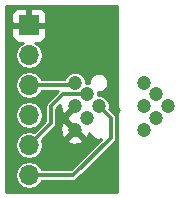
<source format=gbr>
G04 #@! TF.GenerationSoftware,KiCad,Pcbnew,(2017-09-19 revision dddaa7e69)-makepkg*
G04 #@! TF.CreationDate,2017-10-06T17:35:26-07:00*
G04 #@! TF.ProjectId,progAdapt,70726F6741646170742E6B696361645F,rev?*
G04 #@! TF.SameCoordinates,Original*
G04 #@! TF.FileFunction,Copper,L2,Bot,Signal*
G04 #@! TF.FilePolarity,Positive*
%FSLAX46Y46*%
G04 Gerber Fmt 4.6, Leading zero omitted, Abs format (unit mm)*
G04 Created by KiCad (PCBNEW (2017-09-19 revision dddaa7e69)-makepkg) date 10/06/17 17:35:26*
%MOMM*%
%LPD*%
G01*
G04 APERTURE LIST*
%ADD10O,1.700000X1.700000*%
%ADD11R,1.700000X1.700000*%
%ADD12C,1.200000*%
%ADD13C,0.300000*%
%ADD14C,0.254000*%
G04 APERTURE END LIST*
D10*
X124258095Y-172832500D03*
X124258095Y-170292500D03*
X124258095Y-167752500D03*
X124258095Y-165212500D03*
X124258095Y-162672500D03*
D11*
X124258095Y-160132500D03*
D12*
X134001000Y-169005000D03*
X134001000Y-167005000D03*
X134001000Y-165005000D03*
X135001000Y-168005000D03*
X135001000Y-166005000D03*
X136001000Y-167005000D03*
X130159000Y-167005000D03*
X129159000Y-166005000D03*
X129159000Y-168005000D03*
X128159000Y-165005000D03*
X128159000Y-167005000D03*
X128159000Y-169005000D03*
D13*
X124258095Y-172832500D02*
X128030500Y-172832500D01*
X128030500Y-172832500D02*
X131191000Y-169672000D01*
X130758999Y-167604999D02*
X130159000Y-167005000D01*
X131191000Y-169672000D02*
X131191000Y-168037000D01*
X131191000Y-168037000D02*
X130758999Y-167604999D01*
X124258095Y-170292500D02*
X126111000Y-168439595D01*
X126111000Y-168439595D02*
X126111000Y-167005000D01*
X126111000Y-167005000D02*
X127111000Y-166005000D01*
X127111000Y-166005000D02*
X129159000Y-166005000D01*
X124258095Y-167752500D02*
X124965201Y-167752500D01*
X124258095Y-165212500D02*
X127951500Y-165212500D01*
X127951500Y-165212500D02*
X128159000Y-165005000D01*
D14*
G36*
X131703000Y-167005000D02*
X131731697Y-167149272D01*
X131813421Y-167271579D01*
X131889629Y-167322500D01*
X131813421Y-167373421D01*
X131731697Y-167495728D01*
X131703000Y-167640000D01*
X131703000Y-174248000D01*
X122297000Y-174248000D01*
X122297000Y-167752500D01*
X123058036Y-167752500D01*
X123147630Y-168202918D01*
X123402771Y-168584765D01*
X123784618Y-168839906D01*
X124235036Y-168929500D01*
X124281154Y-168929500D01*
X124731572Y-168839906D01*
X125113419Y-168584765D01*
X125368560Y-168202918D01*
X125458154Y-167752500D01*
X125368560Y-167302082D01*
X125113419Y-166920235D01*
X124731572Y-166665094D01*
X124281154Y-166575500D01*
X124235036Y-166575500D01*
X123784618Y-166665094D01*
X123402771Y-166920235D01*
X123147630Y-167302082D01*
X123058036Y-167752500D01*
X122297000Y-167752500D01*
X122297000Y-165212500D01*
X123058036Y-165212500D01*
X123147630Y-165662918D01*
X123402771Y-166044765D01*
X123784618Y-166299906D01*
X124235036Y-166389500D01*
X124281154Y-166389500D01*
X124731572Y-166299906D01*
X125113419Y-166044765D01*
X125350799Y-165689500D01*
X126751920Y-165689500D01*
X125773710Y-166667710D01*
X125670309Y-166822460D01*
X125634000Y-167005000D01*
X125634000Y-168242015D01*
X124680984Y-169195031D01*
X124281154Y-169115500D01*
X124235036Y-169115500D01*
X123784618Y-169205094D01*
X123402771Y-169460235D01*
X123147630Y-169842082D01*
X123058036Y-170292500D01*
X123147630Y-170742918D01*
X123402771Y-171124765D01*
X123784618Y-171379906D01*
X124235036Y-171469500D01*
X124281154Y-171469500D01*
X124731572Y-171379906D01*
X125113419Y-171124765D01*
X125368560Y-170742918D01*
X125458154Y-170292500D01*
X125373663Y-169867735D01*
X127475870Y-169867735D01*
X127525383Y-170093164D01*
X127990036Y-170252807D01*
X128480413Y-170222482D01*
X128792617Y-170093164D01*
X128842130Y-169867735D01*
X128159000Y-169184605D01*
X127475870Y-169867735D01*
X125373663Y-169867735D01*
X125370971Y-169854204D01*
X126389139Y-168836036D01*
X126911193Y-168836036D01*
X126941518Y-169326413D01*
X127070836Y-169638617D01*
X127296265Y-169688130D01*
X127979395Y-169005000D01*
X127296265Y-168321870D01*
X127070836Y-168371383D01*
X126911193Y-168836036D01*
X126389139Y-168836036D01*
X126448290Y-168776885D01*
X126551691Y-168622136D01*
X126588000Y-168439595D01*
X126588000Y-167202580D01*
X126913718Y-166876862D01*
X126941518Y-167326413D01*
X127070836Y-167638617D01*
X127296265Y-167688130D01*
X127979395Y-167005000D01*
X127965253Y-166990858D01*
X128144858Y-166811253D01*
X128159000Y-166825395D01*
X128173143Y-166811253D01*
X128352748Y-166990858D01*
X128338605Y-167005000D01*
X128352748Y-167019143D01*
X128173143Y-167198748D01*
X128159000Y-167184605D01*
X127475870Y-167867735D01*
X127506019Y-168005000D01*
X127475870Y-168142265D01*
X128159000Y-168825395D01*
X128173143Y-168811253D01*
X128352748Y-168990858D01*
X128338605Y-169005000D01*
X129021735Y-169688130D01*
X129247164Y-169638617D01*
X129373752Y-169270173D01*
X129457495Y-169472846D01*
X129689930Y-169705688D01*
X129993778Y-169831856D01*
X130322779Y-169832143D01*
X130379864Y-169808556D01*
X127832920Y-172355500D01*
X125350799Y-172355500D01*
X125113419Y-172000235D01*
X124731572Y-171745094D01*
X124281154Y-171655500D01*
X124235036Y-171655500D01*
X123784618Y-171745094D01*
X123402771Y-172000235D01*
X123147630Y-172382082D01*
X123058036Y-172832500D01*
X123147630Y-173282918D01*
X123402771Y-173664765D01*
X123784618Y-173919906D01*
X124235036Y-174009500D01*
X124281154Y-174009500D01*
X124731572Y-173919906D01*
X125113419Y-173664765D01*
X125350799Y-173309500D01*
X128030500Y-173309500D01*
X128213040Y-173273191D01*
X128367790Y-173169790D01*
X131528290Y-170009290D01*
X131631691Y-169854540D01*
X131668000Y-169672000D01*
X131668000Y-168037000D01*
X131631691Y-167854460D01*
X131528290Y-167699710D01*
X131066164Y-167237584D01*
X131085839Y-167190201D01*
X131086161Y-166821417D01*
X130945331Y-166480583D01*
X130684789Y-166219586D01*
X130344201Y-166078161D01*
X130085937Y-166077935D01*
X130086152Y-165831937D01*
X130322779Y-165832143D01*
X130626846Y-165706505D01*
X130859688Y-165474070D01*
X130985856Y-165170222D01*
X130986143Y-164841221D01*
X130860505Y-164537154D01*
X130628070Y-164304312D01*
X130324222Y-164178144D01*
X129995221Y-164177857D01*
X129691154Y-164303495D01*
X129458312Y-164535930D01*
X129332144Y-164839778D01*
X129331936Y-165078150D01*
X129085937Y-165077935D01*
X129086161Y-164821417D01*
X128945331Y-164480583D01*
X128684789Y-164219586D01*
X128344201Y-164078161D01*
X127975417Y-164077839D01*
X127634583Y-164218669D01*
X127373586Y-164479211D01*
X127267165Y-164735500D01*
X125350799Y-164735500D01*
X125113419Y-164380235D01*
X124731572Y-164125094D01*
X124281154Y-164035500D01*
X124235036Y-164035500D01*
X123784618Y-164125094D01*
X123402771Y-164380235D01*
X123147630Y-164762082D01*
X123058036Y-165212500D01*
X122297000Y-165212500D01*
X122297000Y-160418250D01*
X122773095Y-160418250D01*
X122773095Y-161108810D01*
X122869768Y-161342199D01*
X123048397Y-161520827D01*
X123281786Y-161617500D01*
X123736119Y-161617500D01*
X123402771Y-161840235D01*
X123147630Y-162222082D01*
X123058036Y-162672500D01*
X123147630Y-163122918D01*
X123402771Y-163504765D01*
X123784618Y-163759906D01*
X124235036Y-163849500D01*
X124281154Y-163849500D01*
X124731572Y-163759906D01*
X125113419Y-163504765D01*
X125368560Y-163122918D01*
X125458154Y-162672500D01*
X125368560Y-162222082D01*
X125113419Y-161840235D01*
X124780071Y-161617500D01*
X125234404Y-161617500D01*
X125467793Y-161520827D01*
X125646422Y-161342199D01*
X125743095Y-161108810D01*
X125743095Y-160418250D01*
X125584345Y-160259500D01*
X124385095Y-160259500D01*
X124385095Y-160279500D01*
X124131095Y-160279500D01*
X124131095Y-160259500D01*
X122931845Y-160259500D01*
X122773095Y-160418250D01*
X122297000Y-160418250D01*
X122297000Y-159156190D01*
X122773095Y-159156190D01*
X122773095Y-159846750D01*
X122931845Y-160005500D01*
X124131095Y-160005500D01*
X124131095Y-158806250D01*
X124385095Y-158806250D01*
X124385095Y-160005500D01*
X125584345Y-160005500D01*
X125743095Y-159846750D01*
X125743095Y-159156190D01*
X125646422Y-158922801D01*
X125467793Y-158744173D01*
X125234404Y-158647500D01*
X124543845Y-158647500D01*
X124385095Y-158806250D01*
X124131095Y-158806250D01*
X123972345Y-158647500D01*
X123281786Y-158647500D01*
X123048397Y-158744173D01*
X122869768Y-158922801D01*
X122773095Y-159156190D01*
X122297000Y-159156190D01*
X122297000Y-158492000D01*
X131703000Y-158492000D01*
X131703000Y-167005000D01*
X131703000Y-167005000D01*
G37*
X131703000Y-167005000D02*
X131731697Y-167149272D01*
X131813421Y-167271579D01*
X131889629Y-167322500D01*
X131813421Y-167373421D01*
X131731697Y-167495728D01*
X131703000Y-167640000D01*
X131703000Y-174248000D01*
X122297000Y-174248000D01*
X122297000Y-167752500D01*
X123058036Y-167752500D01*
X123147630Y-168202918D01*
X123402771Y-168584765D01*
X123784618Y-168839906D01*
X124235036Y-168929500D01*
X124281154Y-168929500D01*
X124731572Y-168839906D01*
X125113419Y-168584765D01*
X125368560Y-168202918D01*
X125458154Y-167752500D01*
X125368560Y-167302082D01*
X125113419Y-166920235D01*
X124731572Y-166665094D01*
X124281154Y-166575500D01*
X124235036Y-166575500D01*
X123784618Y-166665094D01*
X123402771Y-166920235D01*
X123147630Y-167302082D01*
X123058036Y-167752500D01*
X122297000Y-167752500D01*
X122297000Y-165212500D01*
X123058036Y-165212500D01*
X123147630Y-165662918D01*
X123402771Y-166044765D01*
X123784618Y-166299906D01*
X124235036Y-166389500D01*
X124281154Y-166389500D01*
X124731572Y-166299906D01*
X125113419Y-166044765D01*
X125350799Y-165689500D01*
X126751920Y-165689500D01*
X125773710Y-166667710D01*
X125670309Y-166822460D01*
X125634000Y-167005000D01*
X125634000Y-168242015D01*
X124680984Y-169195031D01*
X124281154Y-169115500D01*
X124235036Y-169115500D01*
X123784618Y-169205094D01*
X123402771Y-169460235D01*
X123147630Y-169842082D01*
X123058036Y-170292500D01*
X123147630Y-170742918D01*
X123402771Y-171124765D01*
X123784618Y-171379906D01*
X124235036Y-171469500D01*
X124281154Y-171469500D01*
X124731572Y-171379906D01*
X125113419Y-171124765D01*
X125368560Y-170742918D01*
X125458154Y-170292500D01*
X125373663Y-169867735D01*
X127475870Y-169867735D01*
X127525383Y-170093164D01*
X127990036Y-170252807D01*
X128480413Y-170222482D01*
X128792617Y-170093164D01*
X128842130Y-169867735D01*
X128159000Y-169184605D01*
X127475870Y-169867735D01*
X125373663Y-169867735D01*
X125370971Y-169854204D01*
X126389139Y-168836036D01*
X126911193Y-168836036D01*
X126941518Y-169326413D01*
X127070836Y-169638617D01*
X127296265Y-169688130D01*
X127979395Y-169005000D01*
X127296265Y-168321870D01*
X127070836Y-168371383D01*
X126911193Y-168836036D01*
X126389139Y-168836036D01*
X126448290Y-168776885D01*
X126551691Y-168622136D01*
X126588000Y-168439595D01*
X126588000Y-167202580D01*
X126913718Y-166876862D01*
X126941518Y-167326413D01*
X127070836Y-167638617D01*
X127296265Y-167688130D01*
X127979395Y-167005000D01*
X127965253Y-166990858D01*
X128144858Y-166811253D01*
X128159000Y-166825395D01*
X128173143Y-166811253D01*
X128352748Y-166990858D01*
X128338605Y-167005000D01*
X128352748Y-167019143D01*
X128173143Y-167198748D01*
X128159000Y-167184605D01*
X127475870Y-167867735D01*
X127506019Y-168005000D01*
X127475870Y-168142265D01*
X128159000Y-168825395D01*
X128173143Y-168811253D01*
X128352748Y-168990858D01*
X128338605Y-169005000D01*
X129021735Y-169688130D01*
X129247164Y-169638617D01*
X129373752Y-169270173D01*
X129457495Y-169472846D01*
X129689930Y-169705688D01*
X129993778Y-169831856D01*
X130322779Y-169832143D01*
X130379864Y-169808556D01*
X127832920Y-172355500D01*
X125350799Y-172355500D01*
X125113419Y-172000235D01*
X124731572Y-171745094D01*
X124281154Y-171655500D01*
X124235036Y-171655500D01*
X123784618Y-171745094D01*
X123402771Y-172000235D01*
X123147630Y-172382082D01*
X123058036Y-172832500D01*
X123147630Y-173282918D01*
X123402771Y-173664765D01*
X123784618Y-173919906D01*
X124235036Y-174009500D01*
X124281154Y-174009500D01*
X124731572Y-173919906D01*
X125113419Y-173664765D01*
X125350799Y-173309500D01*
X128030500Y-173309500D01*
X128213040Y-173273191D01*
X128367790Y-173169790D01*
X131528290Y-170009290D01*
X131631691Y-169854540D01*
X131668000Y-169672000D01*
X131668000Y-168037000D01*
X131631691Y-167854460D01*
X131528290Y-167699710D01*
X131066164Y-167237584D01*
X131085839Y-167190201D01*
X131086161Y-166821417D01*
X130945331Y-166480583D01*
X130684789Y-166219586D01*
X130344201Y-166078161D01*
X130085937Y-166077935D01*
X130086152Y-165831937D01*
X130322779Y-165832143D01*
X130626846Y-165706505D01*
X130859688Y-165474070D01*
X130985856Y-165170222D01*
X130986143Y-164841221D01*
X130860505Y-164537154D01*
X130628070Y-164304312D01*
X130324222Y-164178144D01*
X129995221Y-164177857D01*
X129691154Y-164303495D01*
X129458312Y-164535930D01*
X129332144Y-164839778D01*
X129331936Y-165078150D01*
X129085937Y-165077935D01*
X129086161Y-164821417D01*
X128945331Y-164480583D01*
X128684789Y-164219586D01*
X128344201Y-164078161D01*
X127975417Y-164077839D01*
X127634583Y-164218669D01*
X127373586Y-164479211D01*
X127267165Y-164735500D01*
X125350799Y-164735500D01*
X125113419Y-164380235D01*
X124731572Y-164125094D01*
X124281154Y-164035500D01*
X124235036Y-164035500D01*
X123784618Y-164125094D01*
X123402771Y-164380235D01*
X123147630Y-164762082D01*
X123058036Y-165212500D01*
X122297000Y-165212500D01*
X122297000Y-160418250D01*
X122773095Y-160418250D01*
X122773095Y-161108810D01*
X122869768Y-161342199D01*
X123048397Y-161520827D01*
X123281786Y-161617500D01*
X123736119Y-161617500D01*
X123402771Y-161840235D01*
X123147630Y-162222082D01*
X123058036Y-162672500D01*
X123147630Y-163122918D01*
X123402771Y-163504765D01*
X123784618Y-163759906D01*
X124235036Y-163849500D01*
X124281154Y-163849500D01*
X124731572Y-163759906D01*
X125113419Y-163504765D01*
X125368560Y-163122918D01*
X125458154Y-162672500D01*
X125368560Y-162222082D01*
X125113419Y-161840235D01*
X124780071Y-161617500D01*
X125234404Y-161617500D01*
X125467793Y-161520827D01*
X125646422Y-161342199D01*
X125743095Y-161108810D01*
X125743095Y-160418250D01*
X125584345Y-160259500D01*
X124385095Y-160259500D01*
X124385095Y-160279500D01*
X124131095Y-160279500D01*
X124131095Y-160259500D01*
X122931845Y-160259500D01*
X122773095Y-160418250D01*
X122297000Y-160418250D01*
X122297000Y-159156190D01*
X122773095Y-159156190D01*
X122773095Y-159846750D01*
X122931845Y-160005500D01*
X124131095Y-160005500D01*
X124131095Y-158806250D01*
X124385095Y-158806250D01*
X124385095Y-160005500D01*
X125584345Y-160005500D01*
X125743095Y-159846750D01*
X125743095Y-159156190D01*
X125646422Y-158922801D01*
X125467793Y-158744173D01*
X125234404Y-158647500D01*
X124543845Y-158647500D01*
X124385095Y-158806250D01*
X124131095Y-158806250D01*
X123972345Y-158647500D01*
X123281786Y-158647500D01*
X123048397Y-158744173D01*
X122869768Y-158922801D01*
X122773095Y-159156190D01*
X122297000Y-159156190D01*
X122297000Y-158492000D01*
X131703000Y-158492000D01*
X131703000Y-167005000D01*
M02*

</source>
